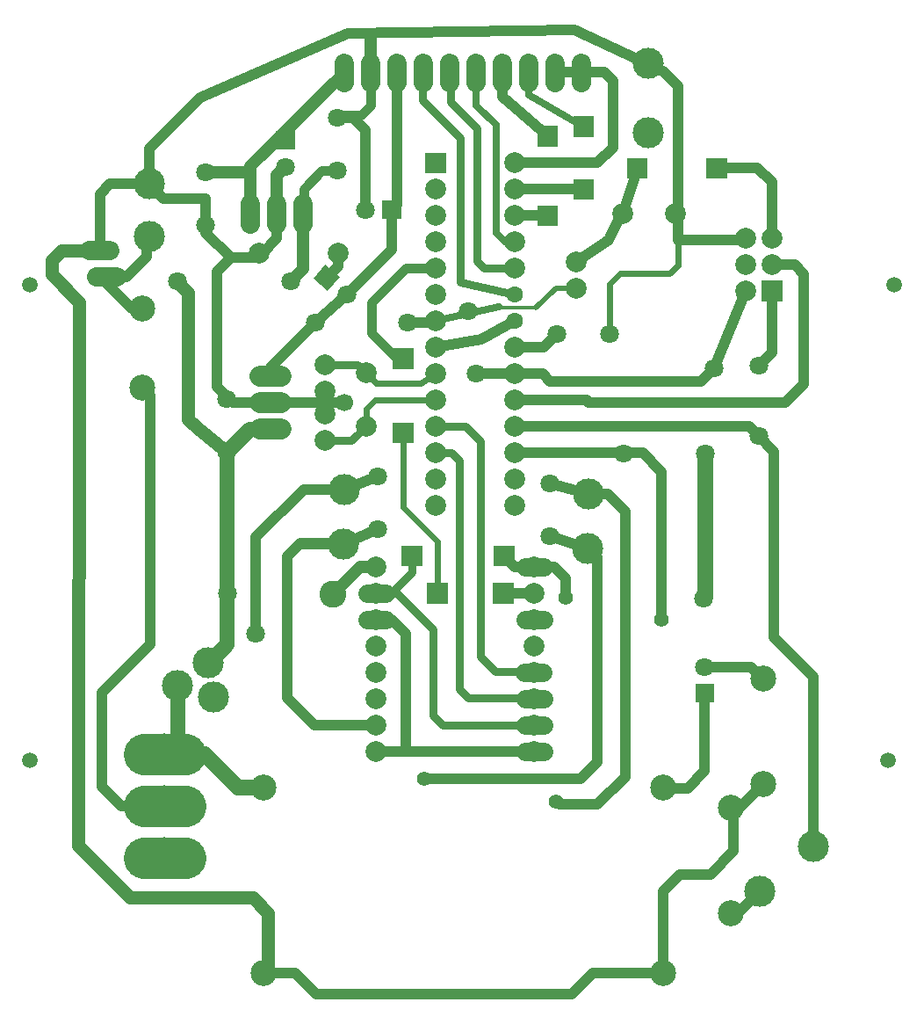
<source format=gbr>
%FSLAX34Y34*%
%MOMM*%
%LNSILK_TOP*%
G71*
G01*
%ADD10C, 2.00*%
%ADD11C, 1.60*%
%ADD12C, 1.90*%
%ADD13C, 0.80*%
%ADD14C, 2.00*%
%ADD15C, 1.00*%
%ADD16C, 0.70*%
%ADD17C, 2.50*%
%ADD18C, 3.00*%
%ADD19C, 4.00*%
%ADD20C, 4.00*%
%ADD21C, 2.00*%
%ADD22C, 3.00*%
%ADD23C, 3.00*%
%ADD24C, 1.90*%
%ADD25C, 1.20*%
%ADD26C, 2.00*%
%ADD27C, 0.30*%
%ADD28C, 0.50*%
%ADD29C, 1.50*%
%ADD30C, 0.60*%
%ADD31C, 1.70*%
%ADD32C, 1.90*%
%ADD33C, 2.00*%
%ADD34C, 1.80*%
%ADD35C, 2.60*%
%ADD36C, 0.90*%
%ADD37C, 2.50*%
%ADD38C, 1.80*%
%ADD39C, 1.50*%
%ADD40C, 3.00*%
%ADD41C, 1.30*%
%ADD42C, 1.80*%
%ADD43C, 1.40*%
%ADD44C, 1.40*%
%LPD*%
G36*
X-649000Y233881D02*
X-629000Y233881D01*
X-629000Y213881D01*
X-649000Y213881D01*
X-649000Y233881D01*
G37*
X-639000Y198481D02*
G54D10*
D03*
X-639000Y173081D02*
G54D10*
D03*
X-639000Y147681D02*
G54D10*
D03*
X-562800Y223881D02*
G54D10*
D03*
X-562800Y198481D02*
G54D10*
D03*
X-562800Y173081D02*
G54D10*
D03*
X-562800Y147681D02*
G54D10*
D03*
X-639000Y122281D02*
G54D10*
D03*
X-562800Y122281D02*
G54D10*
D03*
X-639000Y96881D02*
G54D10*
D03*
X-639000Y71481D02*
G54D10*
D03*
X-562800Y96881D02*
G54D11*
D03*
X-562800Y71481D02*
G54D11*
D03*
X-639000Y46081D02*
G54D10*
D03*
X-562800Y46081D02*
G54D10*
D03*
X-639000Y20681D02*
G54D10*
D03*
X-562800Y20681D02*
G54D10*
D03*
X-639000Y-4719D02*
G54D10*
D03*
X-562800Y-4719D02*
G54D10*
D03*
X-639000Y-30119D02*
G54D10*
D03*
X-639000Y-55519D02*
G54D10*
D03*
X-639000Y-80919D02*
G54D10*
D03*
X-639000Y-106319D02*
G54D10*
D03*
X-562800Y-30119D02*
G54D10*
D03*
X-562800Y-55519D02*
G54D10*
D03*
X-562800Y-80919D02*
G54D10*
D03*
X-562800Y-106319D02*
G54D10*
D03*
G36*
X-736575Y320253D02*
X-717575Y320253D01*
X-717575Y301253D01*
X-736575Y301253D01*
X-736575Y320253D01*
G37*
X-701675Y310753D02*
G54D12*
D03*
X-676275Y310753D02*
G54D12*
D03*
X-650875Y310753D02*
G54D12*
D03*
X-625475Y310753D02*
G54D12*
D03*
X-600075Y310753D02*
G54D12*
D03*
X-574675Y310753D02*
G54D12*
D03*
X-549275Y310753D02*
G54D12*
D03*
X-523875Y310753D02*
G54D12*
D03*
X-498475Y310753D02*
G54D12*
D03*
G54D13*
X-498475Y310753D02*
X-523875Y310753D01*
G36*
X-506491Y208481D02*
X-486491Y208481D01*
X-486491Y188481D01*
X-506491Y188481D01*
X-506491Y208481D01*
G37*
X-544030Y-342930D02*
G54D14*
D03*
X-544034Y-317530D02*
G54D14*
D03*
X-544034Y-292130D02*
G54D14*
D03*
X-544034Y-266730D02*
G54D14*
D03*
X-544034Y-241330D02*
G54D14*
D03*
X-544034Y-215930D02*
G54D14*
D03*
X-544034Y-190530D02*
G54D14*
D03*
X-544034Y-165130D02*
G54D14*
D03*
X-696425Y-342898D02*
G54D14*
D03*
X-696428Y-317499D02*
G54D14*
D03*
X-696428Y-292099D02*
G54D14*
D03*
X-696428Y-266699D02*
G54D14*
D03*
X-696428Y-241299D02*
G54D14*
D03*
X-696430Y-215900D02*
G54D14*
D03*
X-696428Y-190499D02*
G54D14*
D03*
X-696428Y-165099D02*
G54D14*
D03*
G54D15*
X-562800Y223881D02*
X-482953Y223881D01*
X-468313Y238522D01*
X-468313Y303213D01*
X-476250Y311150D01*
X-523478Y311150D01*
X-523875Y310753D01*
G54D15*
X-562800Y198481D02*
X-496447Y198481D01*
G36*
X-506491Y269160D02*
X-486491Y269160D01*
X-486491Y249160D01*
X-506491Y249160D01*
X-506491Y269160D01*
G37*
G36*
X-541019Y183081D02*
X-521019Y183081D01*
X-521019Y163081D01*
X-541019Y163081D01*
X-541019Y183081D01*
G37*
G36*
X-541019Y259634D02*
X-521019Y259634D01*
X-521019Y239634D01*
X-541019Y239634D01*
X-541019Y259634D01*
G37*
G54D15*
X-531019Y173081D02*
X-562800Y173081D01*
G54D16*
X-562800Y147681D02*
X-572338Y147681D01*
X-581025Y156369D01*
X-581025Y260350D01*
X-600075Y279400D01*
X-600075Y310753D01*
G54D13*
X-562800Y122281D02*
X-592578Y122281D01*
X-599282Y128984D01*
X-599282Y257175D01*
X-624682Y282575D01*
X-624682Y309960D01*
X-625475Y310753D01*
G54D16*
X-562800Y122281D02*
X-592578Y122281D01*
X-599282Y128984D01*
X-804822Y-377400D02*
G54D17*
D03*
X-419853Y-377400D02*
G54D17*
D03*
X-419922Y-556378D02*
G54D17*
D03*
X-804822Y-556378D02*
G54D17*
D03*
X-326266Y-477547D02*
G54D18*
D03*
X-274941Y-434481D02*
G54D18*
D03*
X-900509Y-345281D02*
G54D19*
D03*
X-900509Y-395288D02*
G54D19*
D03*
X-900508Y-445294D02*
G54D19*
D03*
G54D20*
X-920509Y-345281D02*
X-880509Y-345281D01*
G54D20*
X-920509Y-395288D02*
X-880509Y-395288D01*
G54D20*
X-920508Y-445294D02*
X-880508Y-445294D01*
X-340121Y125811D02*
G54D21*
D03*
X-314721Y125811D02*
G54D21*
D03*
G36*
X-304721Y110411D02*
X-304721Y90411D01*
X-324721Y90411D01*
X-324721Y110411D01*
X-304721Y110411D01*
G37*
X-340121Y100311D02*
G54D21*
D03*
X-340021Y151211D02*
G54D21*
D03*
X-314721Y151211D02*
G54D21*
D03*
X-492125Y-94853D02*
G54D22*
D03*
X-492522Y-147241D02*
G54D22*
D03*
X-727472Y-90884D02*
G54D22*
D03*
X-727869Y-143272D02*
G54D22*
D03*
G54D13*
X-639000Y-55519D02*
X-623931Y-55519D01*
X-616347Y-63103D01*
X-616347Y-282972D01*
X-607616Y-291703D01*
X-544461Y-291703D01*
X-544034Y-292130D01*
G54D13*
X-639000Y-30119D02*
X-610438Y-30119D01*
X-596106Y-44450D01*
X-596106Y-251619D01*
X-581422Y-266303D01*
X-544461Y-266303D01*
X-544034Y-266730D01*
G54D15*
X-696425Y-342898D02*
X-544062Y-342898D01*
X-544030Y-342930D01*
G54D15*
X-781845Y-207522D02*
X-781845Y-154783D01*
X-769541Y-142478D01*
X-728662Y-142478D01*
X-727869Y-143272D01*
X-915194Y152797D02*
G54D23*
D03*
X-915194Y203597D02*
G54D23*
D03*
X-797991Y-32708D02*
G54D21*
D03*
X-797991Y-7308D02*
G54D21*
D03*
X-797991Y18092D02*
G54D21*
D03*
X-766473Y174585D02*
G54D24*
D03*
X-791873Y174585D02*
G54D24*
D03*
X-817273Y174585D02*
G54D24*
D03*
G54D25*
X-817273Y174585D02*
X-817273Y220556D01*
X-727075Y310753D01*
G54D25*
X-860822Y215106D02*
X-822325Y215106D01*
X-821928Y214709D01*
G54D15*
X-666155Y70092D02*
X-640389Y70092D01*
X-639000Y71481D01*
X-962819Y139303D02*
G54D12*
D03*
X-962819Y113903D02*
G54D12*
D03*
G54D25*
X-701675Y310753D02*
X-701675Y346472D01*
X-503555Y128647D02*
G54D26*
D03*
X-503555Y103247D02*
G54D26*
D03*
G54D27*
X-579834Y84138D02*
X-542528Y84138D01*
G54D28*
X-503555Y103247D02*
X-523419Y103247D01*
X-542528Y84138D01*
X-458391Y174951D02*
G54D26*
D03*
X-407591Y174951D02*
G54D26*
D03*
G54D15*
X-915194Y203597D02*
X-915194Y237728D01*
X-865981Y286941D01*
X-723503Y348456D01*
X-505222Y352425D01*
X-419497Y312341D01*
G36*
X-434699Y228524D02*
X-434699Y208524D01*
X-454699Y208524D01*
X-454699Y228524D01*
X-434699Y228524D01*
G37*
G36*
X-358102Y228524D02*
X-358102Y208524D01*
X-378102Y208524D01*
X-378102Y228524D01*
X-358102Y228524D01*
G37*
X-1030288Y106362D02*
G54D29*
D03*
X-197247Y106362D02*
G54D29*
D03*
X-202803Y-351631D02*
G54D29*
D03*
X-1030288Y-351632D02*
G54D29*
D03*
G54D15*
X-826963Y-7308D02*
X-777643Y-7308D01*
X-777081Y-6747D01*
X-705941Y21531D02*
G54D26*
D03*
X-705941Y-29469D02*
G54D26*
D03*
G54D30*
X-639000Y-4719D02*
X-697662Y-4719D01*
X-705644Y-12700D01*
X-705644Y-29172D01*
X-705941Y-29469D01*
X-746125Y29765D02*
G54D26*
D03*
X-746125Y4365D02*
G54D26*
D03*
X-746125Y-18256D02*
G54D26*
D03*
X-746125Y-43656D02*
G54D26*
D03*
X-727472Y-6748D02*
G54D31*
D03*
G36*
X-660521Y45167D02*
X-660521Y25167D01*
X-680521Y25167D01*
X-680521Y45167D01*
X-660521Y45167D01*
G37*
G36*
X-660521Y-26270D02*
X-660521Y-46270D01*
X-680521Y-46270D01*
X-680521Y-26270D01*
X-660521Y-26270D01*
G37*
G54D32*
X-817273Y184085D02*
X-817273Y165085D01*
G54D32*
X-791873Y184085D02*
X-791873Y165085D01*
G54D32*
X-766473Y184085D02*
X-766473Y165085D01*
G54D33*
X-787991Y18092D02*
X-807991Y18092D01*
G54D33*
X-787991Y-7308D02*
X-807991Y-7308D01*
G54D33*
X-787991Y-32708D02*
X-807991Y-32708D01*
G54D32*
X-625475Y301253D02*
X-625475Y320253D01*
G54D32*
X-600075Y301253D02*
X-600075Y320253D01*
G54D32*
X-701675Y301253D02*
X-701675Y320253D01*
G54D32*
X-727075Y301253D02*
X-727075Y320253D01*
G54D32*
X-676275Y301253D02*
X-676275Y320253D01*
G54D32*
X-650875Y301253D02*
X-650875Y320253D01*
G54D32*
X-574675Y301253D02*
X-574675Y320253D01*
G54D32*
X-549275Y301253D02*
X-549275Y320253D01*
G54D32*
X-498475Y301253D02*
X-498475Y320253D01*
G54D32*
X-523875Y301253D02*
X-523875Y320253D01*
X-371078Y25797D02*
G54D34*
D03*
X-738188Y-191294D02*
G54D35*
D03*
G36*
X-583088Y-144737D02*
X-563088Y-144737D01*
X-563088Y-164737D01*
X-583088Y-164737D01*
X-583088Y-144737D01*
G37*
G36*
X-647381Y-180500D02*
X-627381Y-180500D01*
X-627381Y-200500D01*
X-647381Y-200500D01*
X-647381Y-180500D01*
G37*
G36*
X-583881Y-180500D02*
X-563881Y-180500D01*
X-563881Y-200500D01*
X-583881Y-200500D01*
X-583881Y-180500D01*
G37*
G36*
X-671988Y-144737D02*
X-651988Y-144737D01*
X-651988Y-164737D01*
X-671988Y-164737D01*
X-671988Y-144737D01*
G37*
G54D13*
X-696516Y-190500D02*
X-676364Y-190500D01*
X-641438Y-225426D01*
X-641438Y-307976D01*
X-631883Y-317531D01*
X-544122Y-317531D01*
G54D15*
X-544034Y-165130D02*
X-562695Y-165130D01*
X-573088Y-154737D01*
G54D15*
X-544034Y-190530D02*
X-573851Y-190530D01*
X-573881Y-190500D01*
G54D15*
X-696430Y-215900D02*
X-681434Y-215900D01*
X-667544Y-229791D01*
X-667544Y-340916D01*
G54D15*
X-544034Y-165130D02*
X-525035Y-165130D01*
X-513556Y-176609D01*
X-513556Y-195218D01*
X-513160Y-195615D01*
G54D30*
X-637381Y-190500D02*
X-637381Y-140891D01*
X-670719Y-107553D01*
X-670719Y-36468D01*
X-670521Y-36270D01*
G54D15*
X-746125Y-6748D02*
X-727472Y-6748D01*
G54D15*
X-777081Y-6747D02*
X-746125Y-6748D01*
G54D36*
X-670521Y35167D02*
X-676120Y35167D01*
X-700484Y59531D01*
X-700484Y89694D01*
X-667941Y122238D01*
X-639044Y122238D01*
X-639000Y122281D01*
G54D16*
X-496491Y259160D02*
X-549275Y289719D01*
X-549275Y310753D01*
G54D15*
X-531019Y249634D02*
X-574675Y287338D01*
X-574675Y310753D01*
G54D13*
X-696428Y-190499D02*
X-682227Y-190499D01*
X-661988Y-170259D01*
X-661988Y-154737D01*
G54D25*
X-696428Y-165099D02*
X-711993Y-165099D01*
X-738188Y-191294D01*
X-783829Y220266D02*
G54D34*
D03*
G36*
X-792829Y236666D02*
X-792829Y254666D01*
X-774829Y254666D01*
X-774829Y236666D01*
X-792829Y236666D01*
G37*
G54D15*
X-860822Y189706D02*
X-901303Y189706D01*
X-915194Y203597D01*
G54D25*
X-766473Y174585D02*
X-766473Y121777D01*
X-778471Y109779D01*
X-706836Y178595D02*
G54D34*
D03*
G36*
X-690436Y187595D02*
X-672436Y187595D01*
X-672436Y169595D01*
X-690436Y169595D01*
X-690436Y187595D01*
G37*
X-354806Y-397272D02*
G54D37*
D03*
X-354806Y-498872D02*
G54D37*
D03*
X-379675Y-261683D02*
G54D38*
D03*
G36*
X-388675Y-296083D02*
X-388675Y-278083D01*
X-370675Y-278083D01*
X-370675Y-296083D01*
X-388675Y-296083D01*
G37*
X-323453Y-273050D02*
G54D37*
D03*
X-323453Y-374650D02*
G54D37*
D03*
G54D15*
X-379675Y-261683D02*
X-334820Y-261683D01*
X-323453Y-273050D01*
G54D15*
X-354806Y-397272D02*
X-346075Y-397272D01*
X-323453Y-374650D01*
X-809228Y137319D02*
G54D26*
D03*
X-733028Y137319D02*
G54D26*
D03*
G54D39*
X-379413Y-56312D02*
X-379413Y-194425D01*
X-380604Y-195616D01*
G54D15*
X-314721Y151211D02*
X-314721Y205184D01*
X-329009Y219472D01*
X-367154Y219472D01*
X-368102Y218524D01*
G54D15*
X-354806Y-498872D02*
X-347590Y-498872D01*
X-326266Y-477547D01*
X-858441Y-257572D02*
G54D40*
D03*
X-888206Y-279400D02*
G54D40*
D03*
G54D32*
X-953319Y139303D02*
X-972319Y139303D01*
G54D32*
X-946572Y113903D02*
X-965572Y113903D01*
G54D15*
X-797991Y-7308D02*
X-834464Y-7308D01*
X-850106Y8334D01*
X-850106Y119062D01*
X-836612Y132556D01*
X-813991Y132556D01*
X-809228Y137319D01*
X-805656Y137319D01*
X-791873Y151102D01*
X-791873Y174585D01*
G54D15*
X-962819Y139303D02*
X-962819Y194072D01*
X-953294Y203597D01*
X-915194Y203597D01*
G54D15*
X-962819Y113903D02*
X-937419Y113903D01*
X-917972Y133350D01*
X-917972Y150019D01*
X-915194Y152797D01*
G54D15*
X-405210Y150019D02*
X-405209Y182889D01*
G54D15*
X-405210Y150019D02*
X-405210Y298053D01*
X-419497Y312341D01*
G54D15*
X-444699Y218524D02*
X-456009Y182889D01*
X-472210Y150020D01*
G54D15*
X-503555Y128647D02*
X-472210Y150020D01*
G54D15*
X-314721Y100411D02*
X-314721Y41673D01*
X-327818Y28576D01*
G54D15*
X-274941Y-434481D02*
X-274941Y-270762D01*
X-312738Y-232966D01*
X-312738Y-54327D01*
X-327818Y-39247D01*
G54D15*
X-562800Y-30119D02*
X-336946Y-30119D01*
X-327818Y-39247D01*
G54D15*
X-562800Y-4719D02*
X-493360Y-4719D01*
X-491331Y-6747D01*
X-302022Y-6747D01*
X-284162Y11112D01*
X-284162Y117078D01*
X-292895Y125811D01*
X-314721Y125811D01*
G54D15*
X-860822Y189706D02*
X-860822Y156765D01*
X-836612Y132556D01*
G54D13*
X-562800Y96881D02*
X-615553Y109141D01*
X-615553Y248047D01*
X-651669Y284163D01*
X-651669Y309960D01*
X-650875Y310753D01*
G54D13*
X-746125Y29765D02*
X-714175Y29765D01*
X-705941Y21531D01*
G54D13*
X-746125Y-43656D02*
X-720128Y-43656D01*
X-705941Y-29469D01*
G54D13*
X-746125Y4365D02*
X-746125Y-18256D01*
G54D30*
X-705941Y21531D02*
X-696317Y11906D01*
X-653256Y11906D01*
X-639000Y20681D01*
G54D41*
X-962819Y139303D02*
X-1000125Y139303D01*
X-1009253Y130175D01*
X-1009253Y116284D01*
X-982662Y89694D01*
X-982662Y76994D01*
X-983456Y-433784D01*
X-933450Y-483791D01*
X-815578Y-483791D01*
X-800456Y-498912D01*
X-800456Y-547250D01*
G54D41*
X-840581Y-54768D02*
X-868760Y-31749D01*
X-877888Y-22622D01*
X-877888Y98865D01*
X-888802Y109780D01*
G54D25*
X-791873Y174585D02*
X-791873Y212223D01*
X-783829Y220266D01*
G54D16*
X-578247Y84931D02*
X-639000Y71481D01*
G54D15*
X-600075Y21078D02*
X-563197Y21078D01*
X-562800Y20681D01*
G54D15*
X-562800Y46081D02*
X-534547Y46081D01*
X-521890Y58738D01*
G54D15*
X-405210Y150019D02*
X-341213Y150019D01*
X-340021Y151211D01*
G54D15*
X-639000Y46081D02*
X-594916Y54372D01*
X-562800Y71481D01*
G54D15*
X-562800Y20681D02*
X-535825Y20681D01*
X-528638Y13494D01*
X-383381Y13494D01*
X-371078Y25797D01*
X-340121Y100311D01*
G54D15*
X-562800Y-55519D02*
X-439384Y-55519D01*
X-421084Y-73819D01*
X-421481Y-215900D01*
G54D42*
X-553512Y-266700D02*
X-535512Y-266700D01*
G54D42*
X-553034Y-292130D02*
X-535034Y-292130D01*
G54D42*
X-553034Y-317530D02*
X-535034Y-317530D01*
G54D42*
X-553030Y-342930D02*
X-535030Y-342930D01*
G54D42*
X-553034Y-215930D02*
X-535034Y-215930D01*
G54D42*
X-553034Y-165130D02*
X-535034Y-165130D01*
G54D42*
X-705430Y-215900D02*
X-687430Y-215900D01*
G54D42*
X-705428Y-190499D02*
X-687428Y-190499D01*
X-840581Y-3968D02*
G54D34*
D03*
X-840581Y-54768D02*
G54D34*
D03*
X-471090Y58738D02*
G54D34*
D03*
X-521890Y58738D02*
G54D34*
D03*
G54D30*
X-471090Y58738D02*
X-471090Y107553D01*
X-461169Y117475D01*
X-413544Y117475D01*
X-405606Y125412D01*
X-405606Y149623D01*
X-405210Y150019D01*
X-733822Y216297D02*
G54D34*
D03*
X-733822Y267097D02*
G54D34*
D03*
G54D36*
X-733822Y216297D02*
X-748903Y216297D01*
X-766366Y198834D01*
X-766366Y174692D01*
X-766473Y174585D01*
G54D36*
X-701675Y310753D02*
X-701675Y279003D01*
X-710803Y269875D01*
X-731043Y269875D01*
X-733822Y267097D01*
G54D39*
X-900509Y-345281D02*
X-862012Y-345281D01*
X-829866Y-377428D01*
X-804850Y-377428D01*
X-804822Y-377400D01*
G54D15*
X-419922Y-556378D02*
X-419922Y-477469D01*
X-404019Y-461566D01*
X-374253Y-461566D01*
X-351631Y-438944D01*
X-351631Y-400447D01*
X-354806Y-397272D01*
G54D15*
X-419922Y-556378D02*
X-487144Y-556378D01*
X-507822Y-577056D01*
X-754062Y-577056D01*
X-774741Y-556378D01*
X-804822Y-556378D01*
X-327818Y28576D02*
G54D34*
D03*
X-327818Y-39247D02*
G54D34*
D03*
X-379413Y-56312D02*
G54D34*
D03*
X-457597Y-55916D02*
G54D34*
D03*
X-380604Y-195616D02*
G54D34*
D03*
X-860822Y164306D02*
G54D34*
D03*
X-860822Y215106D02*
G54D34*
D03*
X-754658Y70092D02*
G54D34*
D03*
X-888008Y109780D02*
G54D34*
D03*
X-778471Y109779D02*
G54D34*
D03*
X-666155Y70092D02*
G54D34*
D03*
X-607616Y81006D02*
G54D34*
D03*
X-600075Y21078D02*
G54D34*
D03*
G54D15*
X-379675Y-287083D02*
X-379675Y-361816D01*
X-396081Y-378222D01*
X-419031Y-378222D01*
X-419853Y-377400D01*
X-812403Y-229791D02*
G54D34*
D03*
X-650478Y-369491D02*
G54D43*
D03*
G54D15*
X-492522Y-147241D02*
X-483394Y-156369D01*
X-483394Y-353219D01*
X-499269Y-369094D01*
X-650478Y-369491D01*
G54D15*
X-492125Y-94853D02*
X-473472Y-94853D01*
X-456406Y-111919D01*
X-456406Y-367506D01*
X-482997Y-394097D01*
X-519509Y-394097D01*
X-522684Y-390922D01*
X-522684Y-390922D02*
G54D43*
D03*
G54D15*
X-727472Y-90884D02*
X-727869Y-90488D01*
X-766366Y-90488D01*
X-812403Y-136525D01*
X-812403Y-229791D01*
G54D15*
X-727869Y-143272D02*
X-770334Y-143272D01*
X-781845Y-154783D01*
X-781845Y-291305D01*
X-755650Y-317500D01*
X-696428Y-317499D01*
X-853281Y-290909D02*
G54D40*
D03*
X-724873Y96918D02*
G54D38*
D03*
G36*
X-745440Y125924D02*
X-731651Y114354D01*
X-743222Y100565D01*
X-757010Y112135D01*
X-745440Y125924D01*
G37*
G54D15*
X-733028Y137319D02*
X-733028Y124548D01*
X-744331Y113245D01*
G54D15*
X-706836Y178595D02*
X-706836Y255590D01*
X-718344Y267097D01*
X-733822Y267097D01*
G54D15*
X-676275Y310753D02*
X-676275Y183756D01*
X-681436Y178595D01*
G54D15*
X-681436Y178595D02*
X-681436Y140355D01*
X-724873Y96918D01*
G54D15*
X-797991Y18092D02*
X-797991Y26760D01*
X-754658Y70092D01*
X-724873Y96918D01*
X-528637Y-135731D02*
G54D34*
D03*
X-528637Y-84931D02*
G54D34*
D03*
G54D15*
X-492522Y-147241D02*
X-528637Y-135731D01*
G54D15*
X-492125Y-94853D02*
X-528637Y-84931D01*
X-694531Y-128984D02*
G54D34*
D03*
X-694531Y-78184D02*
G54D34*
D03*
G54D15*
X-694531Y-128984D02*
X-727869Y-143272D01*
G54D15*
X-694531Y-78184D02*
X-727472Y-90884D01*
X-839788Y-190897D02*
G54D34*
D03*
X-421481Y-215900D02*
G54D43*
D03*
X-513556Y-195218D02*
G54D43*
D03*
G54D44*
X-888206Y-279400D02*
X-888206Y-332978D01*
X-900509Y-345281D01*
G54D44*
X-797991Y-32708D02*
X-818521Y-32708D01*
X-840581Y-54768D01*
X-840581Y-239712D01*
X-858441Y-257572D01*
X-921471Y7103D02*
G54D37*
D03*
X-921471Y83303D02*
G54D37*
D03*
G54D15*
X-921471Y83303D02*
X-932219Y83303D01*
X-962819Y113903D01*
G54D15*
X-921471Y7103D02*
X-914328Y-41D01*
X-914328Y-239640D01*
X-960834Y-286147D01*
X-960834Y-377031D01*
X-942578Y-395288D01*
X-900509Y-395288D01*
X-434344Y253044D02*
G54D18*
D03*
X-434344Y320044D02*
G54D18*
D03*
M02*

</source>
